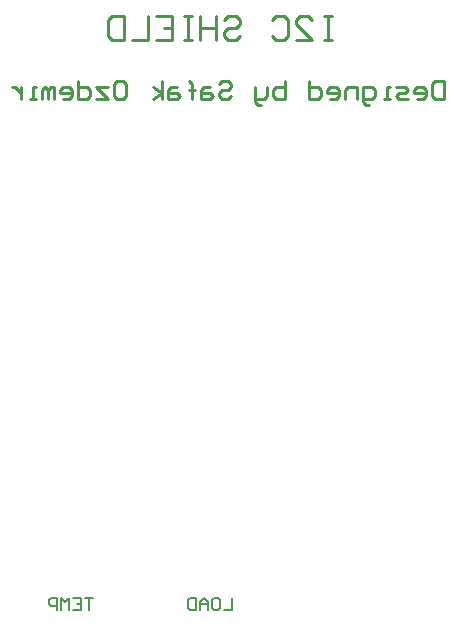
<source format=gbo>
G04*
G04 #@! TF.GenerationSoftware,Altium Limited,Altium Designer,24.3.1 (35)*
G04*
G04 Layer_Color=32896*
%FSLAX25Y25*%
%MOIN*%
G70*
G04*
G04 #@! TF.SameCoordinates,DE864B26-D939-457F-A8F5-E13979E0EDEB*
G04*
G04*
G04 #@! TF.FilePolarity,Positive*
G04*
G01*
G75*
%ADD13C,0.00600*%
%ADD14C,0.01000*%
D13*
X-90600Y-98401D02*
Y-102400D01*
X-93266D01*
X-96598Y-98401D02*
X-95265D01*
X-94599Y-99068D01*
Y-101734D01*
X-95265Y-102400D01*
X-96598D01*
X-97264Y-101734D01*
Y-99068D01*
X-96598Y-98401D01*
X-98597Y-102400D02*
Y-99734D01*
X-99930Y-98401D01*
X-101263Y-99734D01*
Y-102400D01*
Y-100401D01*
X-98597D01*
X-102596Y-98401D02*
Y-102400D01*
X-104595D01*
X-105262Y-101734D01*
Y-99068D01*
X-104595Y-98401D01*
X-102596D01*
X-137100D02*
X-139766D01*
X-138433D01*
Y-102400D01*
X-143764Y-98401D02*
X-141099D01*
Y-102400D01*
X-143764D01*
X-141099Y-100401D02*
X-142432D01*
X-145097Y-102400D02*
Y-98401D01*
X-146430Y-99734D01*
X-147763Y-98401D01*
Y-102400D01*
X-149096D02*
Y-98401D01*
X-151095D01*
X-151762Y-99068D01*
Y-100401D01*
X-151095Y-101067D01*
X-149096D01*
D14*
X-20000Y73997D02*
Y67999D01*
X-22999D01*
X-23999Y68999D01*
Y72998D01*
X-22999Y73997D01*
X-20000D01*
X-28997Y67999D02*
X-26998D01*
X-25998Y68999D01*
Y70998D01*
X-26998Y71998D01*
X-28997D01*
X-29997Y70998D01*
Y69999D01*
X-25998D01*
X-31996Y67999D02*
X-34995D01*
X-35995Y68999D01*
X-34995Y69999D01*
X-32996D01*
X-31996Y70998D01*
X-32996Y71998D01*
X-35995D01*
X-37994Y67999D02*
X-39994D01*
X-38994D01*
Y71998D01*
X-37994D01*
X-44992Y66000D02*
X-45992D01*
X-46991Y67000D01*
Y71998D01*
X-43992D01*
X-42993Y70998D01*
Y68999D01*
X-43992Y67999D01*
X-46991D01*
X-48991D02*
Y71998D01*
X-51990D01*
X-52989Y70998D01*
Y67999D01*
X-57988D02*
X-55988D01*
X-54989Y68999D01*
Y70998D01*
X-55988Y71998D01*
X-57988D01*
X-58987Y70998D01*
Y69999D01*
X-54989D01*
X-64986Y73997D02*
Y67999D01*
X-61986D01*
X-60987Y68999D01*
Y70998D01*
X-61986Y71998D01*
X-64986D01*
X-72983Y73997D02*
Y67999D01*
X-75982D01*
X-76982Y68999D01*
Y69999D01*
Y70998D01*
X-75982Y71998D01*
X-72983D01*
X-78981D02*
Y68999D01*
X-79981Y67999D01*
X-82980D01*
Y67000D01*
X-81980Y66000D01*
X-80980D01*
X-82980Y67999D02*
Y71998D01*
X-94976Y72998D02*
X-93976Y73997D01*
X-91977D01*
X-90977Y72998D01*
Y71998D01*
X-91977Y70998D01*
X-93976D01*
X-94976Y69999D01*
Y68999D01*
X-93976Y67999D01*
X-91977D01*
X-90977Y68999D01*
X-97975Y71998D02*
X-99974D01*
X-100974Y70998D01*
Y67999D01*
X-97975D01*
X-96975Y68999D01*
X-97975Y69999D01*
X-100974D01*
X-103973Y67999D02*
Y72998D01*
Y70998D01*
X-102973D01*
X-104973D01*
X-103973D01*
Y72998D01*
X-104973Y73997D01*
X-108971Y71998D02*
X-110971D01*
X-111970Y70998D01*
Y67999D01*
X-108971D01*
X-107972Y68999D01*
X-108971Y69999D01*
X-111970D01*
X-113970Y67999D02*
Y73997D01*
Y69999D02*
X-116969Y71998D01*
X-113970Y69999D02*
X-116969Y67999D01*
X-128965Y73997D02*
X-126965D01*
X-125966Y72998D01*
Y68999D01*
X-126965Y67999D01*
X-128965D01*
X-129964Y68999D01*
Y72998D01*
X-128965Y73997D01*
X-131964Y71998D02*
X-135962D01*
X-131964Y67999D01*
X-135962D01*
X-141961Y73997D02*
Y67999D01*
X-138962D01*
X-137962Y68999D01*
Y70998D01*
X-138962Y71998D01*
X-141961D01*
X-146959Y67999D02*
X-144960D01*
X-143960Y68999D01*
Y70998D01*
X-144960Y71998D01*
X-146959D01*
X-147959Y70998D01*
Y69999D01*
X-143960D01*
X-149958Y67999D02*
Y71998D01*
X-150958D01*
X-151957Y70998D01*
Y67999D01*
Y70998D01*
X-152957Y71998D01*
X-153957Y70998D01*
Y67999D01*
X-155956D02*
X-157955D01*
X-156956D01*
Y71998D01*
X-155956D01*
X-160954D02*
Y67999D01*
Y69999D01*
X-161954Y70998D01*
X-162954Y71998D01*
X-163953D01*
X-57500Y95497D02*
X-60166D01*
X-58833D01*
Y87500D01*
X-57500D01*
X-60166D01*
X-69496D02*
X-64165D01*
X-69496Y92832D01*
Y94165D01*
X-68163Y95497D01*
X-65497D01*
X-64165Y94165D01*
X-77494D02*
X-76161Y95497D01*
X-73495D01*
X-72162Y94165D01*
Y88833D01*
X-73495Y87500D01*
X-76161D01*
X-77494Y88833D01*
X-93488Y94165D02*
X-92155Y95497D01*
X-89490D01*
X-88157Y94165D01*
Y92832D01*
X-89490Y91499D01*
X-92155D01*
X-93488Y90166D01*
Y88833D01*
X-92155Y87500D01*
X-89490D01*
X-88157Y88833D01*
X-96154Y95497D02*
Y87500D01*
Y91499D01*
X-101486D01*
Y95497D01*
Y87500D01*
X-104152Y95497D02*
X-106817D01*
X-105484D01*
Y87500D01*
X-104152D01*
X-106817D01*
X-116148Y95497D02*
X-110816D01*
Y87500D01*
X-116148D01*
X-110816Y91499D02*
X-113482D01*
X-118814Y95497D02*
Y87500D01*
X-124145D01*
X-126811Y95497D02*
Y87500D01*
X-130810D01*
X-132142Y88833D01*
Y94165D01*
X-130810Y95497D01*
X-126811D01*
M02*

</source>
